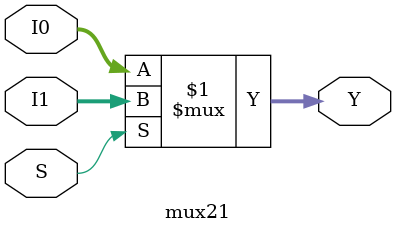
<source format=v>
module mux21 #(
  parameter N = 32
  )
  (output [N-1:0] Y,
  input [N-1:0] I0,
  input [N-1:0] I1,
  input S
  );
  

  assign Y = (S)? I1:I0;
  
endmodule


</source>
